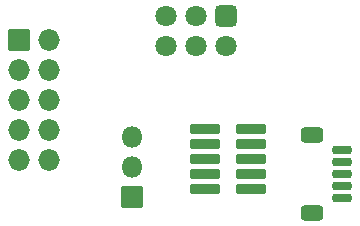
<source format=gbr>
G04 #@! TF.GenerationSoftware,KiCad,Pcbnew,(6.0.0)*
G04 #@! TF.CreationDate,2022-07-24T20:48:06-05:00*
G04 #@! TF.ProjectId,SWDAdapter,53574441-6461-4707-9465-722e6b696361,rev?*
G04 #@! TF.SameCoordinates,Original*
G04 #@! TF.FileFunction,Soldermask,Top*
G04 #@! TF.FilePolarity,Negative*
%FSLAX46Y46*%
G04 Gerber Fmt 4.6, Leading zero omitted, Abs format (unit mm)*
G04 Created by KiCad (PCBNEW (6.0.0)) date 2022-07-24 20:48:06*
%MOMM*%
%LPD*%
G01*
G04 APERTURE LIST*
G04 Aperture macros list*
%AMRoundRect*
0 Rectangle with rounded corners*
0 $1 Rounding radius*
0 $2 $3 $4 $5 $6 $7 $8 $9 X,Y pos of 4 corners*
0 Add a 4 corners polygon primitive as box body*
4,1,4,$2,$3,$4,$5,$6,$7,$8,$9,$2,$3,0*
0 Add four circle primitives for the rounded corners*
1,1,$1+$1,$2,$3*
1,1,$1+$1,$4,$5*
1,1,$1+$1,$6,$7*
1,1,$1+$1,$8,$9*
0 Add four rect primitives between the rounded corners*
20,1,$1+$1,$2,$3,$4,$5,0*
20,1,$1+$1,$4,$5,$6,$7,0*
20,1,$1+$1,$6,$7,$8,$9,0*
20,1,$1+$1,$8,$9,$2,$3,0*%
G04 Aperture macros list end*
%ADD10RoundRect,0.201000X0.625000X-0.150000X0.625000X0.150000X-0.625000X0.150000X-0.625000X-0.150000X0*%
%ADD11RoundRect,0.301000X0.650000X-0.350000X0.650000X0.350000X-0.650000X0.350000X-0.650000X-0.350000X0*%
%ADD12RoundRect,0.051000X-0.863600X-0.863600X0.863600X-0.863600X0.863600X0.863600X-0.863600X0.863600X0*%
%ADD13O,1.829200X1.829200*%
%ADD14RoundRect,0.051000X1.200000X0.370000X-1.200000X0.370000X-1.200000X-0.370000X1.200000X-0.370000X0*%
%ADD15RoundRect,0.301000X-0.600000X0.600000X-0.600000X-0.600000X0.600000X-0.600000X0.600000X0.600000X0*%
%ADD16C,1.802000*%
%ADD17RoundRect,0.051000X0.850000X0.850000X-0.850000X0.850000X-0.850000X-0.850000X0.850000X-0.850000X0*%
%ADD18O,1.802000X1.802000*%
G04 APERTURE END LIST*
D10*
X153265000Y-77450000D03*
X153265000Y-76450000D03*
X153265000Y-75450000D03*
X153265000Y-74450000D03*
X153265000Y-73450000D03*
D11*
X150740000Y-78750000D03*
X150740000Y-72150000D03*
D12*
X125990000Y-64110000D03*
D13*
X128530000Y-64110000D03*
X125990000Y-66650000D03*
X128530000Y-66650000D03*
X125990000Y-69190000D03*
X128530000Y-69190000D03*
X125990000Y-71730000D03*
X128530000Y-71730000D03*
X125990000Y-74270000D03*
X128530000Y-74270000D03*
D14*
X145600000Y-76710000D03*
X141700000Y-76710000D03*
X145600000Y-75440000D03*
X141700000Y-75440000D03*
X145600000Y-74170000D03*
X141700000Y-74170000D03*
X145600000Y-72900000D03*
X141700000Y-72900000D03*
X145600000Y-71630000D03*
X141700000Y-71630000D03*
D15*
X143450000Y-62090000D03*
D16*
X143450000Y-64630000D03*
X140910000Y-62090000D03*
X140910000Y-64630000D03*
X138370000Y-62090000D03*
X138370000Y-64630000D03*
D17*
X135495900Y-77420400D03*
D18*
X135495900Y-74880400D03*
X135495900Y-72340400D03*
M02*

</source>
